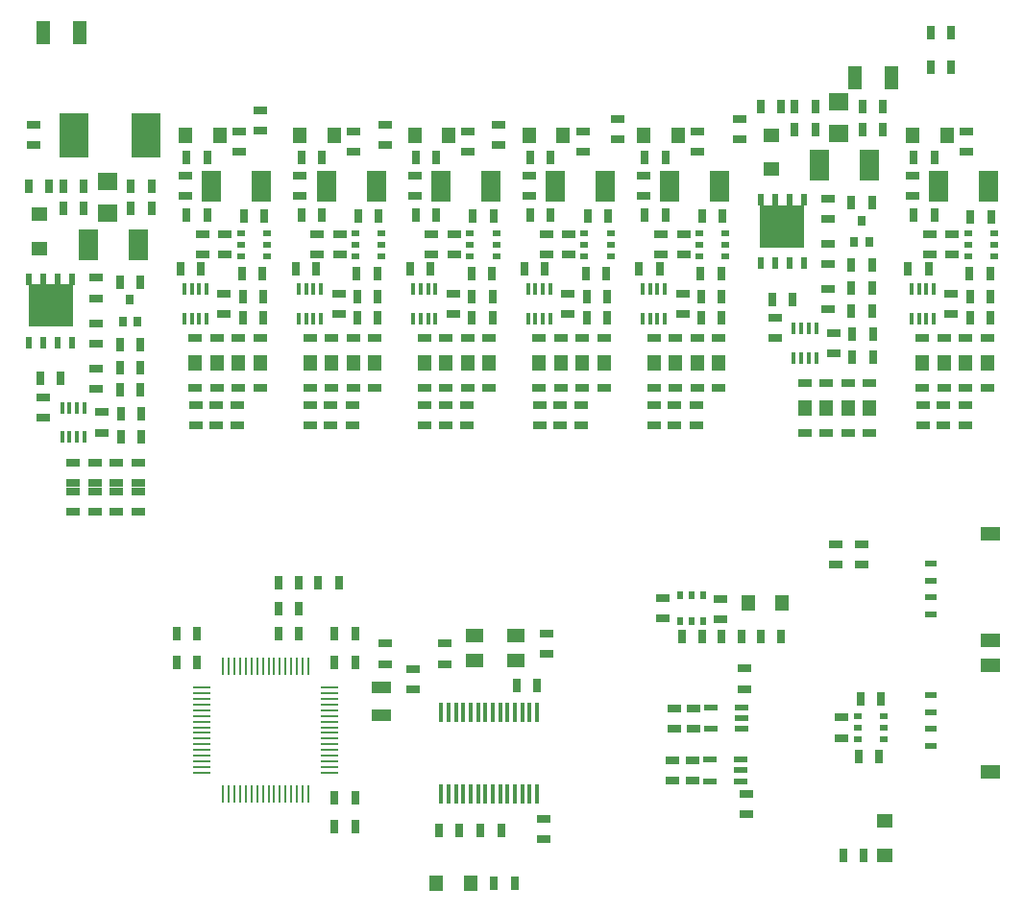
<source format=gtp>
G75*
%MOIN*%
%OFA0B0*%
%FSLAX25Y25*%
%IPPOS*%
%LPD*%
%AMOC8*
5,1,8,0,0,1.08239X$1,22.5*
%
%ADD10R,0.00984X0.06102*%
%ADD11R,0.06102X0.00984*%
%ADD12R,0.01575X0.06890*%
%ADD13R,0.07087X0.03937*%
%ADD14R,0.03150X0.04724*%
%ADD15R,0.04724X0.03150*%
%ADD16R,0.06299X0.04921*%
%ADD17R,0.03937X0.00984*%
%ADD18R,0.00984X0.03937*%
%ADD19R,0.01772X0.03937*%
%ADD20R,0.02756X0.03543*%
%ADD21R,0.02402X0.04016*%
%ADD22R,0.15394X0.15000*%
%ADD23R,0.02756X0.02000*%
%ADD24R,0.07087X0.10630*%
%ADD25R,0.04724X0.05512*%
%ADD26R,0.07087X0.06299*%
%ADD27R,0.09843X0.15748*%
%ADD28R,0.04724X0.07874*%
%ADD29R,0.05512X0.04724*%
%ADD30R,0.03937X0.02362*%
%ADD31R,0.07087X0.04921*%
%ADD32R,0.02000X0.02756*%
%ADD33R,0.04724X0.02362*%
D10*
X0078913Y0049972D03*
X0080882Y0049972D03*
X0082850Y0049972D03*
X0084819Y0049972D03*
X0086787Y0049972D03*
X0088756Y0049972D03*
X0090724Y0049972D03*
X0092693Y0049972D03*
X0094661Y0049972D03*
X0096630Y0049972D03*
X0098598Y0049972D03*
X0100567Y0049972D03*
X0102535Y0049972D03*
X0104504Y0049972D03*
X0106472Y0049972D03*
X0108441Y0049972D03*
X0108441Y0094066D03*
X0106472Y0094066D03*
X0104504Y0094066D03*
X0102535Y0094066D03*
X0100567Y0094066D03*
X0098598Y0094066D03*
X0096630Y0094066D03*
X0094661Y0094066D03*
X0092693Y0094066D03*
X0090724Y0094066D03*
X0088756Y0094066D03*
X0086787Y0094066D03*
X0084819Y0094066D03*
X0082850Y0094066D03*
X0080882Y0094066D03*
X0078913Y0094066D03*
D11*
X0071630Y0057255D03*
X0071630Y0059224D03*
X0071630Y0061192D03*
X0071630Y0063161D03*
X0071630Y0065129D03*
X0071630Y0067098D03*
X0071630Y0069066D03*
X0071630Y0071035D03*
X0071630Y0073003D03*
X0071630Y0074972D03*
X0071630Y0076940D03*
X0071630Y0078909D03*
X0071630Y0080877D03*
X0071630Y0082846D03*
X0071630Y0084814D03*
X0071630Y0086783D03*
X0115724Y0086783D03*
X0115724Y0084814D03*
X0115724Y0082846D03*
X0115724Y0080877D03*
X0115724Y0078909D03*
X0115724Y0076940D03*
X0115724Y0074972D03*
X0115724Y0073003D03*
X0115724Y0071035D03*
X0115724Y0069066D03*
X0115724Y0067098D03*
X0115724Y0065129D03*
X0115724Y0063161D03*
X0115724Y0061192D03*
X0115724Y0059224D03*
X0115724Y0057255D03*
D12*
X0154543Y0049972D03*
X0157102Y0049972D03*
X0159661Y0049972D03*
X0162220Y0049972D03*
X0164780Y0049972D03*
X0167339Y0049972D03*
X0169898Y0049972D03*
X0172457Y0049972D03*
X0175016Y0049972D03*
X0177575Y0049972D03*
X0180134Y0049972D03*
X0182693Y0049972D03*
X0185252Y0049972D03*
X0187811Y0049972D03*
X0187811Y0078318D03*
X0185252Y0078318D03*
X0182693Y0078318D03*
X0180134Y0078318D03*
X0177575Y0078318D03*
X0175016Y0078318D03*
X0172457Y0078318D03*
X0169898Y0078318D03*
X0167339Y0078318D03*
X0164780Y0078318D03*
X0162220Y0078318D03*
X0159661Y0078318D03*
X0157102Y0078318D03*
X0154543Y0078318D03*
D13*
X0133677Y0077098D03*
X0133677Y0086940D03*
D14*
X0124701Y0095641D03*
X0117614Y0095641D03*
X0117614Y0105483D03*
X0124701Y0105483D03*
X0118992Y0123161D03*
X0111906Y0123161D03*
X0105213Y0123161D03*
X0098126Y0123161D03*
X0098126Y0114302D03*
X0105213Y0114302D03*
X0105213Y0105444D03*
X0098126Y0105444D03*
X0069740Y0105483D03*
X0062654Y0105483D03*
X0062654Y0095641D03*
X0069740Y0095641D03*
X0117614Y0048397D03*
X0124701Y0048397D03*
X0124701Y0038554D03*
X0117614Y0038554D03*
X0153697Y0037078D03*
X0160783Y0037078D03*
X0168303Y0037078D03*
X0175390Y0037078D03*
X0172929Y0018830D03*
X0180016Y0018830D03*
X0180705Y0087669D03*
X0187791Y0087669D03*
X0238008Y0104420D03*
X0245094Y0104420D03*
X0251669Y0104460D03*
X0258756Y0104460D03*
X0265449Y0104460D03*
X0272535Y0104460D03*
X0300016Y0082846D03*
X0307102Y0082846D03*
X0306602Y0062846D03*
X0299516Y0062846D03*
X0301079Y0028672D03*
X0293992Y0028672D03*
X0297260Y0201393D03*
X0304346Y0201393D03*
X0304346Y0209424D03*
X0297260Y0209424D03*
X0296945Y0217649D03*
X0304031Y0217649D03*
X0304031Y0225523D03*
X0296945Y0225523D03*
X0296945Y0233397D03*
X0304031Y0233397D03*
X0316575Y0232062D03*
X0323661Y0232062D03*
X0337902Y0230606D03*
X0344988Y0230606D03*
X0345161Y0222562D03*
X0338075Y0222562D03*
X0338075Y0215062D03*
X0345161Y0215062D03*
X0345370Y0250129D03*
X0338283Y0250129D03*
X0325685Y0250720D03*
X0318598Y0250720D03*
X0304031Y0255050D03*
X0296945Y0255050D03*
X0318598Y0270798D03*
X0325685Y0270798D03*
X0307969Y0280641D03*
X0300882Y0280641D03*
X0300882Y0288515D03*
X0307969Y0288515D03*
X0324504Y0302294D03*
X0331591Y0302294D03*
X0331591Y0314106D03*
X0324504Y0314106D03*
X0284346Y0288515D03*
X0277260Y0288515D03*
X0272535Y0288515D03*
X0265449Y0288515D03*
X0277260Y0280641D03*
X0284346Y0280641D03*
X0252181Y0250606D03*
X0245094Y0250606D03*
X0232378Y0250720D03*
X0225291Y0250720D03*
X0212417Y0250606D03*
X0205331Y0250606D03*
X0192614Y0250720D03*
X0185528Y0250720D03*
X0172654Y0250606D03*
X0165567Y0250606D03*
X0152850Y0250720D03*
X0145764Y0250720D03*
X0132890Y0250606D03*
X0125803Y0250606D03*
X0113087Y0250720D03*
X0106000Y0250720D03*
X0093126Y0250606D03*
X0086039Y0250606D03*
X0073323Y0250720D03*
X0066236Y0250720D03*
X0054031Y0253082D03*
X0046945Y0253082D03*
X0046945Y0260956D03*
X0054031Y0260956D03*
X0066236Y0270798D03*
X0073323Y0270798D03*
X0106000Y0270798D03*
X0113087Y0270798D03*
X0145764Y0270798D03*
X0152850Y0270798D03*
X0185528Y0270798D03*
X0192614Y0270798D03*
X0225291Y0270798D03*
X0232378Y0270798D03*
X0230354Y0232062D03*
X0223268Y0232062D03*
X0211917Y0230606D03*
X0204831Y0230606D03*
X0205004Y0222562D03*
X0212091Y0222562D03*
X0212091Y0215062D03*
X0205004Y0215062D03*
X0190591Y0232062D03*
X0183504Y0232062D03*
X0172327Y0222562D03*
X0165240Y0222562D03*
X0165240Y0215062D03*
X0172327Y0215062D03*
X0172154Y0230606D03*
X0165067Y0230606D03*
X0150827Y0232062D03*
X0143740Y0232062D03*
X0132390Y0230606D03*
X0125303Y0230606D03*
X0125476Y0222562D03*
X0132563Y0222562D03*
X0132563Y0215062D03*
X0125476Y0215062D03*
X0111063Y0232062D03*
X0103976Y0232062D03*
X0092626Y0230606D03*
X0085539Y0230606D03*
X0085713Y0222562D03*
X0092799Y0222562D03*
X0092799Y0215062D03*
X0085713Y0215062D03*
X0071299Y0232062D03*
X0064213Y0232062D03*
X0050094Y0227491D03*
X0043008Y0227491D03*
X0043008Y0205838D03*
X0050094Y0205838D03*
X0050094Y0197964D03*
X0043008Y0197964D03*
X0043008Y0190090D03*
X0050094Y0190090D03*
X0050409Y0181865D03*
X0043323Y0181865D03*
X0043323Y0173834D03*
X0050409Y0173834D03*
X0022535Y0194027D03*
X0015449Y0194027D03*
X0023323Y0253082D03*
X0030409Y0253082D03*
X0030409Y0260956D03*
X0023323Y0260956D03*
X0018598Y0260956D03*
X0011512Y0260956D03*
X0244594Y0230606D03*
X0251681Y0230606D03*
X0251854Y0222562D03*
X0244768Y0222562D03*
X0244768Y0215062D03*
X0251854Y0215062D03*
X0269386Y0221586D03*
X0276472Y0221586D03*
D15*
X0270524Y0215212D03*
X0270524Y0208125D03*
X0280803Y0192436D03*
X0280803Y0185350D03*
X0280803Y0182436D03*
X0280803Y0175350D03*
X0288303Y0175350D03*
X0288303Y0182436D03*
X0288303Y0185350D03*
X0288303Y0192436D03*
X0295803Y0192436D03*
X0295803Y0185350D03*
X0295803Y0182436D03*
X0295803Y0175350D03*
X0303303Y0175350D03*
X0303303Y0182436D03*
X0303303Y0185350D03*
X0303303Y0192436D03*
X0290803Y0202850D03*
X0290803Y0209936D03*
X0288677Y0218043D03*
X0288677Y0225129D03*
X0288677Y0233791D03*
X0288677Y0240877D03*
X0288677Y0249539D03*
X0288677Y0256625D03*
X0318205Y0257413D03*
X0318205Y0264499D03*
X0336709Y0272767D03*
X0336709Y0279854D03*
X0331945Y0244149D03*
X0331945Y0237062D03*
X0324110Y0237137D03*
X0324110Y0244224D03*
X0331618Y0223606D03*
X0331618Y0216519D03*
X0329118Y0208074D03*
X0329118Y0200987D03*
X0329118Y0198074D03*
X0329118Y0190987D03*
X0328835Y0184972D03*
X0328835Y0177885D03*
X0321748Y0177885D03*
X0321748Y0184972D03*
X0321618Y0190987D03*
X0321618Y0198074D03*
X0321618Y0200987D03*
X0321618Y0208074D03*
X0336618Y0208074D03*
X0336618Y0200987D03*
X0336618Y0198074D03*
X0336618Y0190987D03*
X0336315Y0184972D03*
X0336315Y0177885D03*
X0344118Y0190987D03*
X0344118Y0198074D03*
X0344118Y0200987D03*
X0344118Y0208074D03*
X0300488Y0136546D03*
X0300488Y0129460D03*
X0291630Y0129460D03*
X0291630Y0136546D03*
X0251551Y0117464D03*
X0251551Y0110377D03*
X0259750Y0093417D03*
X0259750Y0086330D03*
X0242250Y0079667D03*
X0235500Y0079667D03*
X0235500Y0072580D03*
X0242250Y0072580D03*
X0241646Y0061615D03*
X0234896Y0061615D03*
X0234896Y0054529D03*
X0241646Y0054529D03*
X0260396Y0049865D03*
X0260396Y0042779D03*
X0293559Y0069302D03*
X0293559Y0076389D03*
X0231551Y0110877D03*
X0231551Y0117964D03*
X0191118Y0105661D03*
X0191118Y0098574D03*
X0155685Y0102058D03*
X0155685Y0094972D03*
X0144858Y0093200D03*
X0144858Y0086113D03*
X0135016Y0094972D03*
X0135016Y0102058D03*
X0190134Y0041192D03*
X0190134Y0034106D03*
X0188677Y0177885D03*
X0188677Y0184972D03*
X0188547Y0190987D03*
X0188547Y0198074D03*
X0188547Y0200987D03*
X0188547Y0208074D03*
X0196047Y0208074D03*
X0196047Y0200987D03*
X0196047Y0198074D03*
X0196047Y0190987D03*
X0195764Y0184972D03*
X0195764Y0177885D03*
X0203244Y0177885D03*
X0203244Y0184972D03*
X0203547Y0190987D03*
X0203547Y0198074D03*
X0203547Y0200987D03*
X0203547Y0208074D03*
X0211047Y0208074D03*
X0211047Y0200987D03*
X0211047Y0198074D03*
X0211047Y0190987D03*
X0228311Y0190987D03*
X0228441Y0184972D03*
X0235528Y0184972D03*
X0235811Y0190987D03*
X0235811Y0198074D03*
X0235811Y0200987D03*
X0235811Y0208074D03*
X0228311Y0208074D03*
X0228311Y0200987D03*
X0228311Y0198074D03*
X0243311Y0198074D03*
X0243311Y0200987D03*
X0243311Y0208074D03*
X0250811Y0208074D03*
X0250811Y0200987D03*
X0250811Y0198074D03*
X0250811Y0190987D03*
X0243311Y0190987D03*
X0243008Y0184972D03*
X0243008Y0177885D03*
X0235528Y0177885D03*
X0228441Y0177885D03*
X0238311Y0216519D03*
X0238311Y0223606D03*
X0238638Y0237062D03*
X0238638Y0244149D03*
X0230803Y0244224D03*
X0230803Y0237137D03*
X0224898Y0257413D03*
X0224898Y0264499D03*
X0215843Y0277098D03*
X0215843Y0284184D03*
X0203638Y0279854D03*
X0203638Y0272767D03*
X0185134Y0264499D03*
X0185134Y0257413D03*
X0191039Y0244224D03*
X0191039Y0237137D03*
X0198874Y0237062D03*
X0198874Y0244149D03*
X0198547Y0223606D03*
X0198547Y0216519D03*
X0171283Y0208074D03*
X0171283Y0200987D03*
X0171283Y0198074D03*
X0171283Y0190987D03*
X0163783Y0190987D03*
X0163480Y0184972D03*
X0163480Y0177885D03*
X0156000Y0177885D03*
X0148913Y0177885D03*
X0148913Y0184972D03*
X0148783Y0190987D03*
X0148783Y0198074D03*
X0148783Y0200987D03*
X0148783Y0208074D03*
X0156283Y0208074D03*
X0156283Y0200987D03*
X0156283Y0198074D03*
X0156283Y0190987D03*
X0156000Y0184972D03*
X0163783Y0198074D03*
X0163783Y0200987D03*
X0163783Y0208074D03*
X0158783Y0216519D03*
X0158783Y0223606D03*
X0159110Y0237062D03*
X0159110Y0244149D03*
X0151276Y0244224D03*
X0151276Y0237137D03*
X0145370Y0257413D03*
X0145370Y0264499D03*
X0135134Y0275129D03*
X0135134Y0282216D03*
X0124110Y0279854D03*
X0124110Y0272767D03*
X0105606Y0264499D03*
X0105606Y0257413D03*
X0111512Y0244224D03*
X0111512Y0237137D03*
X0119346Y0237062D03*
X0119346Y0244149D03*
X0119020Y0223606D03*
X0119020Y0216519D03*
X0116520Y0208074D03*
X0116520Y0200987D03*
X0116520Y0198074D03*
X0116520Y0190987D03*
X0116236Y0184972D03*
X0109150Y0184972D03*
X0109020Y0190987D03*
X0109020Y0198074D03*
X0109020Y0200987D03*
X0109020Y0208074D03*
X0124020Y0208074D03*
X0124020Y0200987D03*
X0124020Y0198074D03*
X0124020Y0190987D03*
X0123717Y0184972D03*
X0123717Y0177885D03*
X0116236Y0177885D03*
X0109150Y0177885D03*
X0091756Y0190987D03*
X0091756Y0198074D03*
X0091756Y0200987D03*
X0091756Y0208074D03*
X0084256Y0208074D03*
X0084256Y0200987D03*
X0084256Y0198074D03*
X0084256Y0190987D03*
X0083953Y0184972D03*
X0083953Y0177885D03*
X0076472Y0177885D03*
X0069386Y0177885D03*
X0069386Y0184972D03*
X0069256Y0190987D03*
X0069256Y0198074D03*
X0069256Y0200987D03*
X0069256Y0208074D03*
X0076756Y0208074D03*
X0076756Y0200987D03*
X0076756Y0198074D03*
X0076756Y0190987D03*
X0076472Y0184972D03*
X0049366Y0164877D03*
X0049366Y0157791D03*
X0049366Y0154877D03*
X0049366Y0147791D03*
X0041866Y0147791D03*
X0041866Y0154877D03*
X0041866Y0157791D03*
X0041866Y0164877D03*
X0034366Y0164877D03*
X0034366Y0157791D03*
X0034366Y0154877D03*
X0034366Y0147791D03*
X0026866Y0147791D03*
X0026866Y0154877D03*
X0026866Y0157791D03*
X0026866Y0164877D03*
X0036866Y0175291D03*
X0036866Y0182377D03*
X0034740Y0190483D03*
X0034740Y0197570D03*
X0034740Y0206231D03*
X0034740Y0213318D03*
X0034740Y0221980D03*
X0034740Y0229066D03*
X0065843Y0257413D03*
X0065843Y0264499D03*
X0084346Y0272767D03*
X0084346Y0279854D03*
X0091827Y0280050D03*
X0091827Y0287137D03*
X0079583Y0244149D03*
X0079583Y0237062D03*
X0071748Y0237137D03*
X0071748Y0244224D03*
X0079256Y0223606D03*
X0079256Y0216519D03*
X0131520Y0208074D03*
X0131520Y0200987D03*
X0131520Y0198074D03*
X0131520Y0190987D03*
X0163874Y0272767D03*
X0163874Y0279854D03*
X0174504Y0282216D03*
X0174504Y0275129D03*
X0243402Y0272767D03*
X0243402Y0279854D03*
X0258165Y0277098D03*
X0258165Y0284184D03*
X0016587Y0187653D03*
X0016587Y0180566D03*
X0013087Y0275129D03*
X0013087Y0282216D03*
D16*
X0166039Y0104814D03*
X0166039Y0096153D03*
X0180606Y0096153D03*
X0180606Y0104814D03*
D17*
X0190134Y0041901D03*
D18*
X0167988Y0037078D03*
X0180390Y0087669D03*
X0116922Y0105414D03*
X0070203Y0105614D03*
X0116844Y0038550D03*
D19*
X0030705Y0173716D03*
X0028146Y0173716D03*
X0025587Y0173716D03*
X0023028Y0173716D03*
X0023028Y0183952D03*
X0025587Y0183952D03*
X0028146Y0183952D03*
X0030705Y0183952D03*
X0065417Y0214944D03*
X0067976Y0214944D03*
X0070535Y0214944D03*
X0073094Y0214944D03*
X0073094Y0225180D03*
X0070535Y0225180D03*
X0067976Y0225180D03*
X0065417Y0225180D03*
X0105181Y0225180D03*
X0107740Y0225180D03*
X0110299Y0225180D03*
X0112858Y0225180D03*
X0112858Y0214944D03*
X0110299Y0214944D03*
X0107740Y0214944D03*
X0105181Y0214944D03*
X0144945Y0214944D03*
X0147504Y0214944D03*
X0150063Y0214944D03*
X0152622Y0214944D03*
X0152622Y0225180D03*
X0150063Y0225180D03*
X0147504Y0225180D03*
X0144945Y0225180D03*
X0184709Y0225180D03*
X0187268Y0225180D03*
X0189827Y0225180D03*
X0192386Y0225180D03*
X0192386Y0214944D03*
X0189827Y0214944D03*
X0187268Y0214944D03*
X0184709Y0214944D03*
X0224472Y0214944D03*
X0227031Y0214944D03*
X0229591Y0214944D03*
X0232150Y0214944D03*
X0232150Y0225180D03*
X0229591Y0225180D03*
X0227031Y0225180D03*
X0224472Y0225180D03*
X0276965Y0211511D03*
X0279524Y0211511D03*
X0282083Y0211511D03*
X0284642Y0211511D03*
X0284642Y0201275D03*
X0282083Y0201275D03*
X0279524Y0201275D03*
X0276965Y0201275D03*
X0317780Y0214944D03*
X0320339Y0214944D03*
X0322898Y0214944D03*
X0325457Y0214944D03*
X0325457Y0225180D03*
X0322898Y0225180D03*
X0320339Y0225180D03*
X0317780Y0225180D03*
D20*
X0303047Y0241468D03*
X0297929Y0241468D03*
X0300488Y0248948D03*
X0049110Y0213909D03*
X0043992Y0213909D03*
X0046551Y0221389D03*
D21*
X0026492Y0228653D03*
X0021492Y0228653D03*
X0016492Y0228653D03*
X0011492Y0228653D03*
X0011492Y0206645D03*
X0016492Y0206645D03*
X0021492Y0206645D03*
X0026492Y0206645D03*
X0265429Y0234204D03*
X0270429Y0234204D03*
X0275429Y0234204D03*
X0280429Y0234204D03*
X0280429Y0256212D03*
X0275429Y0256212D03*
X0270429Y0256212D03*
X0265429Y0256212D03*
D22*
X0272929Y0246940D03*
X0018992Y0219381D03*
D23*
X0085008Y0236669D03*
X0085008Y0240606D03*
X0085008Y0244543D03*
X0094157Y0244543D03*
X0094157Y0240606D03*
X0094157Y0236669D03*
X0124772Y0236669D03*
X0124772Y0240606D03*
X0124772Y0244543D03*
X0133921Y0244543D03*
X0133921Y0240606D03*
X0133921Y0236669D03*
X0164535Y0236669D03*
X0164535Y0240606D03*
X0164535Y0244543D03*
X0173685Y0244543D03*
X0173685Y0240606D03*
X0173685Y0236669D03*
X0204299Y0236669D03*
X0204299Y0240606D03*
X0204299Y0244543D03*
X0213449Y0244543D03*
X0213449Y0240606D03*
X0213449Y0236669D03*
X0244063Y0236669D03*
X0244063Y0240606D03*
X0244063Y0244543D03*
X0253213Y0244543D03*
X0253213Y0240606D03*
X0253213Y0236669D03*
X0337370Y0236669D03*
X0337370Y0240606D03*
X0337370Y0244543D03*
X0346520Y0244543D03*
X0346520Y0240606D03*
X0346520Y0236669D03*
X0308134Y0076783D03*
X0308134Y0072846D03*
X0308134Y0068909D03*
X0298984Y0068909D03*
X0298984Y0072846D03*
X0298984Y0076783D03*
D24*
X0327260Y0260956D03*
X0344583Y0260956D03*
X0303244Y0268043D03*
X0285921Y0268043D03*
X0251276Y0260956D03*
X0233953Y0260956D03*
X0211512Y0260956D03*
X0194189Y0260956D03*
X0171748Y0260956D03*
X0154425Y0260956D03*
X0131984Y0260956D03*
X0114661Y0260956D03*
X0092220Y0260956D03*
X0074898Y0260956D03*
X0049307Y0240483D03*
X0031984Y0240483D03*
D25*
X0065843Y0278672D03*
X0077654Y0278672D03*
X0105606Y0278672D03*
X0117417Y0278672D03*
X0145370Y0278672D03*
X0157181Y0278672D03*
X0185134Y0278672D03*
X0196945Y0278672D03*
X0224898Y0278672D03*
X0236709Y0278672D03*
X0318205Y0278672D03*
X0330016Y0278672D03*
X0272929Y0116271D03*
X0261118Y0116271D03*
X0164661Y0018830D03*
X0152850Y0018830D03*
D26*
X0038677Y0251507D03*
X0038677Y0262531D03*
X0292614Y0279066D03*
X0292614Y0290090D03*
D27*
X0052063Y0278672D03*
X0027260Y0278672D03*
D28*
X0029228Y0314106D03*
X0016630Y0314106D03*
X0298126Y0298357D03*
X0310724Y0298357D03*
D29*
X0268992Y0278672D03*
X0268992Y0266861D03*
X0308362Y0040483D03*
X0308362Y0028672D03*
X0015055Y0239302D03*
X0015055Y0251113D03*
D30*
X0324504Y0129854D03*
X0324504Y0123948D03*
X0324504Y0118043D03*
X0324504Y0112137D03*
X0324504Y0084184D03*
X0324504Y0078279D03*
X0324504Y0072373D03*
X0324504Y0066468D03*
D31*
X0344976Y0057393D03*
X0344976Y0094440D03*
X0344976Y0103062D03*
X0344976Y0140109D03*
D32*
X0245488Y0118995D03*
X0241551Y0118995D03*
X0237614Y0118995D03*
X0237614Y0109846D03*
X0241551Y0109846D03*
X0245488Y0109846D03*
D33*
X0248185Y0079863D03*
X0248185Y0072383D03*
X0247831Y0061812D03*
X0247831Y0054332D03*
X0258461Y0054332D03*
X0258461Y0058072D03*
X0258461Y0061812D03*
X0258815Y0072383D03*
X0258815Y0076123D03*
X0258815Y0079863D03*
M02*

</source>
